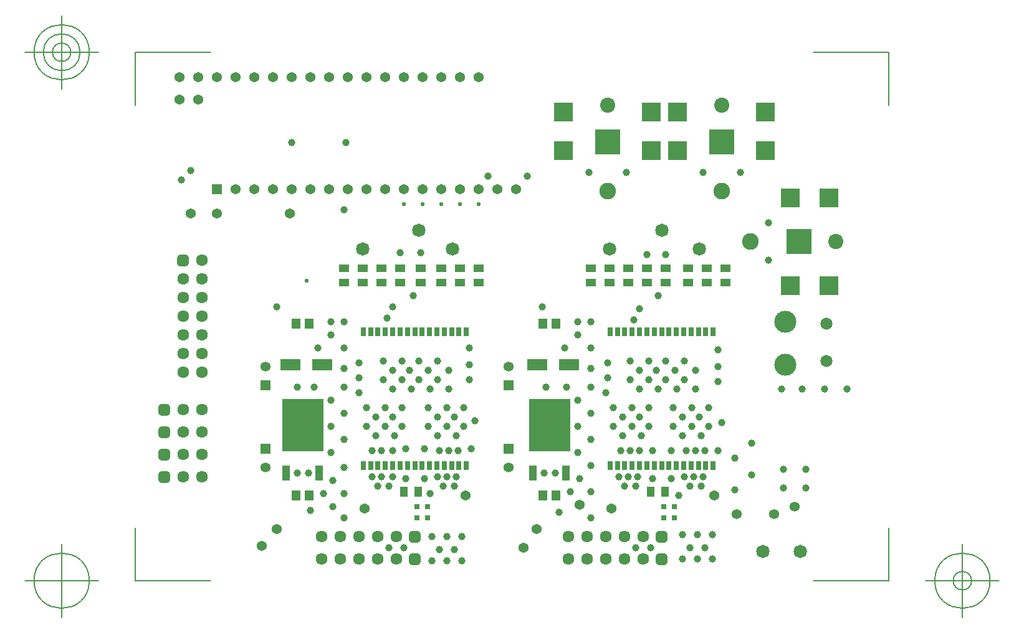
<source format=gbr>
G04 Generated by Ultiboard 13.0 *
%FSLAX25Y25*%
%MOIN*%

%ADD10C,0.00001*%
%ADD11C,0.00500*%
%ADD12R,0.05400X0.05400*%
%ADD13C,0.05400*%
%ADD14C,0.03937*%
%ADD15R,0.02618X0.05118*%
%ADD16R,0.05512X0.04134*%
%ADD17C,0.07166*%
%ADD18C,0.06334*%
%ADD19R,0.02083X0.02083*%
%ADD20C,0.03917*%
%ADD21R,0.03100X0.03100*%
%ADD22R,0.04134X0.05512*%
%ADD23R,0.04528X0.05709*%
%ADD24R,0.03937X0.08465*%
%ADD25R,0.21850X0.27953*%
%ADD26R,0.11024X0.06299*%
%ADD27C,0.05337*%
%ADD28R,0.05337X0.05337*%
%ADD29C,0.06518*%
%ADD30C,0.02100*%
%ADD31C,0.11811*%
%ADD32C,0.08093*%
%ADD33C,0.08880*%
%ADD34R,0.10000X0.10000*%
%ADD35R,0.13211X0.13211*%


G04 ColorRGB F1F1F1 for the following layer *
%LNSolder Mask Top*%
%LPD*%
G54D10*
G54D11*
X-1500Y-1500D02*
X-1500Y26800D01*
X-1500Y-1500D02*
X38800Y-1500D01*
X401500Y-1500D02*
X361200Y-1500D01*
X401500Y-1500D02*
X401500Y26800D01*
X401500Y281500D02*
X401500Y253200D01*
X401500Y281500D02*
X361200Y281500D01*
X-1500Y281500D02*
X38800Y281500D01*
X-1500Y281500D02*
X-1500Y253200D01*
X-21185Y-1500D02*
X-60555Y-1500D01*
X-40870Y-21185D02*
X-40870Y18185D01*
X-55634Y-1500D02*
G75*
D01*
G02X-55634Y-1500I14764J0*
G01*
X421185Y-1500D02*
X460555Y-1500D01*
X440870Y-21185D02*
X440870Y18185D01*
X426106Y-1500D02*
G75*
D01*
G02X426106Y-1500I14764J0*
G01*
X435949Y-1500D02*
G75*
D01*
G02X435949Y-1500I4921J0*
G01*
X-21185Y281500D02*
X-60555Y281500D01*
X-40870Y261815D02*
X-40870Y301185D01*
X-55634Y281500D02*
G75*
D01*
G02X-55634Y281500I14764J0*
G01*
X-50713Y281500D02*
G75*
D01*
G02X-50713Y281500I9843J0*
G01*
X-45791Y281500D02*
G75*
D01*
G02X-45791Y281500I4921J0*
G01*
G54D12*
X42000Y208000D03*
G54D13*
X52000Y208000D03*
X62000Y208000D03*
X72000Y208000D03*
X82000Y208000D03*
X92000Y208000D03*
X102000Y208000D03*
X112000Y208000D03*
X122000Y208000D03*
X132000Y208000D03*
X142000Y208000D03*
X152000Y208000D03*
X162000Y208000D03*
X172000Y208000D03*
X182000Y208000D03*
X192000Y208000D03*
X202000Y208000D03*
X22000Y268000D03*
X32000Y268000D03*
X42000Y268000D03*
X52000Y268000D03*
X62000Y268000D03*
X72000Y268000D03*
X82000Y268000D03*
X92000Y268000D03*
X102000Y268000D03*
X112000Y268000D03*
X122000Y268000D03*
X132000Y268000D03*
X142000Y268000D03*
X152000Y268000D03*
X162000Y268000D03*
X172000Y268000D03*
X182000Y268000D03*
X42000Y195000D03*
X42000Y195000D03*
X28000Y195000D03*
X28000Y195000D03*
X74000Y26000D03*
X74000Y26000D03*
X66000Y17000D03*
X66000Y17000D03*
X213000Y26000D03*
X213000Y26000D03*
X206000Y16000D03*
X206000Y16000D03*
X175000Y44000D03*
X175000Y44000D03*
X121000Y37000D03*
X121000Y37000D03*
X253000Y37000D03*
X253000Y37000D03*
X308000Y44000D03*
X308000Y44000D03*
X236000Y39000D03*
X236000Y39000D03*
X81000Y195000D03*
X81000Y195000D03*
X32000Y256000D03*
X32000Y256000D03*
X22000Y256000D03*
X22000Y256000D03*
G54D14*
X104000Y38000D03*
X110000Y45000D03*
X128000Y49000D03*
X134000Y49000D03*
X163000Y49000D03*
X169000Y49000D03*
X242000Y46000D03*
X260000Y49000D03*
X266000Y49000D03*
X295000Y49000D03*
X301000Y49000D03*
X85000Y56000D03*
X91000Y56000D03*
X104000Y52000D03*
X125000Y54000D03*
X130000Y54000D03*
X136000Y54000D03*
X160000Y54000D03*
X165000Y54000D03*
X170000Y54000D03*
X217000Y56000D03*
X223000Y56000D03*
X236000Y53000D03*
X257000Y54000D03*
X262000Y54000D03*
X267000Y54000D03*
X292000Y54000D03*
X297000Y54000D03*
X302000Y54000D03*
X110000Y59000D03*
X242000Y60000D03*
X103000Y67000D03*
X125000Y68000D03*
X130000Y68000D03*
X136000Y68000D03*
X161000Y68000D03*
X166000Y68000D03*
X171000Y68000D03*
X235000Y67000D03*
X258000Y68000D03*
X263000Y68000D03*
X268000Y68000D03*
X293000Y68000D03*
X298000Y68000D03*
X303000Y68000D03*
X103000Y81000D03*
X110000Y74000D03*
X235000Y81000D03*
X242000Y74000D03*
X110000Y88000D03*
X242000Y88000D03*
X103000Y95000D03*
X235000Y95000D03*
X110000Y102000D03*
X242000Y102000D03*
X110000Y123000D03*
X242000Y123000D03*
X103000Y130000D03*
X235000Y130000D03*
X103000Y137000D03*
X110000Y137000D03*
X133000Y139000D03*
X242000Y137000D03*
X265000Y138000D03*
X268000Y144000D03*
X136000Y145000D03*
X147000Y151000D03*
X216000Y145000D03*
X278000Y151000D03*
X140000Y174000D03*
X151000Y174000D03*
X272000Y173000D03*
X282000Y173000D03*
X110000Y197000D03*
X82000Y233000D03*
X111000Y233000D03*
X208000Y215000D03*
X187000Y215000D03*
X235000Y137000D03*
X319000Y47000D03*
X328000Y55000D03*
X319000Y64000D03*
X328000Y72000D03*
X291000Y23000D03*
X299000Y23000D03*
X307000Y23000D03*
X295000Y16000D03*
X291000Y10000D03*
X299000Y10000D03*
X307000Y10000D03*
X310000Y68000D03*
X312000Y83000D03*
X310000Y105000D03*
X310000Y113000D03*
X310000Y122000D03*
X289000Y44000D03*
X285000Y53000D03*
X285000Y68000D03*
X242000Y112000D03*
X242000Y32000D03*
X225000Y35000D03*
X231000Y46000D03*
X110000Y32000D03*
X99000Y45000D03*
X92000Y36000D03*
X110000Y112000D03*
X96000Y123000D03*
X228000Y123000D03*
X94000Y102000D03*
X85000Y102000D03*
X229000Y102000D03*
X218000Y102000D03*
X251000Y115000D03*
X251000Y107000D03*
X250000Y99000D03*
X275000Y68000D03*
X275000Y53000D03*
X177000Y123000D03*
X177000Y114000D03*
X177000Y106000D03*
X156000Y45000D03*
X180000Y84000D03*
X153000Y69000D03*
X153000Y53000D03*
X178000Y69000D03*
X118000Y115000D03*
X118000Y107000D03*
X118000Y99000D03*
X143000Y69000D03*
X143000Y53000D03*
X174000Y91000D03*
X160000Y76000D03*
X170000Y76000D03*
X174000Y81000D03*
X165000Y91000D03*
X155000Y91000D03*
X160000Y86000D03*
X169000Y86000D03*
X155000Y81000D03*
X165000Y81000D03*
X127000Y76000D03*
X122000Y81000D03*
X132000Y81000D03*
X137000Y76000D03*
X141000Y81000D03*
X127000Y86000D03*
X136000Y86000D03*
X122000Y91000D03*
X132000Y91000D03*
X141000Y91000D03*
X259000Y76000D03*
X254000Y81000D03*
X264000Y81000D03*
X269000Y76000D03*
X273000Y81000D03*
X259000Y86000D03*
X268000Y86000D03*
X254000Y91000D03*
X264000Y91000D03*
X273000Y91000D03*
X291000Y76000D03*
X286000Y81000D03*
X296000Y81000D03*
X301000Y76000D03*
X305000Y81000D03*
X291000Y86000D03*
X300000Y86000D03*
X286000Y91000D03*
X296000Y91000D03*
X305000Y91000D03*
X268000Y101000D03*
X263000Y106000D03*
X273000Y106000D03*
X278000Y101000D03*
X282000Y106000D03*
X268000Y111000D03*
X277000Y111000D03*
X263000Y116000D03*
X273000Y116000D03*
X282000Y116000D03*
X136000Y101000D03*
X131000Y106000D03*
X141000Y106000D03*
X146000Y101000D03*
X150000Y106000D03*
X136000Y111000D03*
X145000Y111000D03*
X131000Y116000D03*
X141000Y116000D03*
X150000Y116000D03*
X156000Y101000D03*
X160000Y106000D03*
X155000Y111000D03*
X160000Y116000D03*
X166000Y111000D03*
X166000Y101000D03*
X288000Y101000D03*
X298000Y101000D03*
X292000Y106000D03*
X287000Y111000D03*
X298000Y111000D03*
X292000Y116000D03*
X157000Y9000D03*
X161000Y15000D03*
X165000Y9000D03*
X169000Y15000D03*
X173000Y9000D03*
X157000Y22000D03*
X165000Y22000D03*
X173000Y22000D03*
X344000Y101000D03*
X355000Y101000D03*
X367000Y101000D03*
X379000Y101000D03*
X134000Y16000D03*
X266000Y16000D03*
X142000Y16000D03*
X274000Y16000D03*
X74000Y145000D03*
X357000Y58000D03*
X345000Y58000D03*
X357000Y48000D03*
X345000Y48000D03*
X303000Y16000D03*
X28000Y218000D03*
X23000Y213000D03*
X241000Y217000D03*
X261000Y217000D03*
X322000Y217000D03*
X302000Y217000D03*
X337000Y190000D03*
X337000Y170000D03*
G54D15*
X252441Y60173D03*
X260315Y60173D03*
X256378Y60173D03*
X268189Y60173D03*
X264252Y60173D03*
X276063Y60173D03*
X272126Y60173D03*
X283937Y60173D03*
X280000Y60173D03*
X291811Y60173D03*
X287874Y60173D03*
X299685Y60173D03*
X295748Y60173D03*
X307559Y60173D03*
X303622Y60173D03*
X252441Y131827D03*
X260315Y131827D03*
X256378Y131827D03*
X268189Y131827D03*
X264252Y131827D03*
X276063Y131827D03*
X272126Y131827D03*
X283937Y131827D03*
X280000Y131827D03*
X291811Y131827D03*
X287874Y131827D03*
X299685Y131827D03*
X295748Y131827D03*
X307559Y131827D03*
X303622Y131827D03*
X124378Y60173D03*
X120441Y60173D03*
X132252Y60173D03*
X128315Y60173D03*
X140126Y60173D03*
X136189Y60173D03*
X148000Y60173D03*
X144063Y60173D03*
X155874Y60173D03*
X151937Y60173D03*
X163748Y60173D03*
X159811Y60173D03*
X171622Y60173D03*
X167685Y60173D03*
X175559Y60173D03*
X124378Y131827D03*
X120441Y131827D03*
X132252Y131827D03*
X128315Y131827D03*
X140126Y131827D03*
X136189Y131827D03*
X148000Y131827D03*
X144063Y131827D03*
X155874Y131827D03*
X151937Y131827D03*
X163748Y131827D03*
X159811Y131827D03*
X171622Y131827D03*
X167685Y131827D03*
X175559Y131827D03*
G54D16*
X151000Y158260D03*
X151000Y165740D03*
X140000Y158260D03*
X140000Y165740D03*
X162000Y158260D03*
X162000Y165740D03*
X172000Y158260D03*
X172000Y165740D03*
X242000Y158260D03*
X242000Y165740D03*
X252000Y158260D03*
X252000Y165740D03*
X262000Y158260D03*
X262000Y165740D03*
X110000Y158260D03*
X110000Y165740D03*
X120000Y158260D03*
X120000Y165740D03*
X130000Y158260D03*
X130000Y165740D03*
X272000Y158260D03*
X272000Y165740D03*
X282000Y158260D03*
X282000Y165740D03*
X294000Y158260D03*
X294000Y165740D03*
X304000Y158260D03*
X304000Y165740D03*
X314000Y158260D03*
X314000Y165740D03*
X182000Y158260D03*
X182000Y165740D03*
G54D17*
X168000Y176000D03*
X252000Y176000D03*
X120000Y176000D03*
X300000Y176000D03*
X334000Y14000D03*
X354000Y14000D03*
X280000Y186000D03*
X150000Y186000D03*
G54D18*
X24000Y66000D03*
X34000Y66000D03*
X24000Y78000D03*
X34000Y78000D03*
X24000Y90000D03*
X34000Y90000D03*
X24000Y54000D03*
X34000Y54000D03*
X34000Y160000D03*
X24000Y160000D03*
X34000Y170000D03*
X34000Y130000D03*
X24000Y130000D03*
X34000Y140000D03*
X24000Y140000D03*
X34000Y150000D03*
X24000Y150000D03*
X34000Y110000D03*
X24000Y110000D03*
X34000Y120000D03*
X24000Y120000D03*
X138000Y22000D03*
X128000Y22000D03*
X108000Y22000D03*
X118000Y22000D03*
X98000Y22000D03*
X138000Y10000D03*
X128000Y10000D03*
X108000Y10000D03*
X118000Y10000D03*
X98000Y10000D03*
X270000Y22000D03*
X260000Y22000D03*
X240000Y22000D03*
X250000Y22000D03*
X230000Y22000D03*
X270000Y10000D03*
X260000Y10000D03*
X240000Y10000D03*
X250000Y10000D03*
X230000Y10000D03*
G54D19*
X14000Y66000D03*
X14000Y78000D03*
X14000Y90000D03*
X14000Y54000D03*
X24000Y170000D03*
X148000Y22000D03*
X148000Y10000D03*
X280000Y22000D03*
X280000Y10000D03*
G54D20*
X12959Y64959D02*
X15041Y64959D01*
X15041Y67041D01*
X12959Y67041D01*
X12959Y64959D01*D02*
X12959Y76959D02*
X15041Y76959D01*
X15041Y79041D01*
X12959Y79041D01*
X12959Y76959D01*D02*
X12959Y88959D02*
X15041Y88959D01*
X15041Y91041D01*
X12959Y91041D01*
X12959Y88959D01*D02*
X12959Y52959D02*
X15041Y52959D01*
X15041Y55041D01*
X12959Y55041D01*
X12959Y52959D01*D02*
X22959Y168959D02*
X25041Y168959D01*
X25041Y171041D01*
X22959Y171041D01*
X22959Y168959D01*D02*
X146959Y20959D02*
X149041Y20959D01*
X149041Y23041D01*
X146959Y23041D01*
X146959Y20959D01*D02*
X146959Y8959D02*
X149041Y8959D01*
X149041Y11041D01*
X146959Y11041D01*
X146959Y8959D01*D02*
X278959Y20959D02*
X281041Y20959D01*
X281041Y23041D01*
X278959Y23041D01*
X278959Y20959D01*D02*
X278959Y8959D02*
X281041Y8959D01*
X281041Y11041D01*
X278959Y11041D01*
X278959Y8959D01*D02*
G54D21*
X149050Y32000D03*
X154950Y32000D03*
X149050Y38000D03*
X154950Y38000D03*
X286950Y32000D03*
X281050Y32000D03*
X281050Y38000D03*
X286950Y38000D03*
G54D22*
X142260Y46000D03*
X149740Y46000D03*
X274260Y46000D03*
X281740Y46000D03*
G54D23*
X216457Y44000D03*
X223543Y44000D03*
X84457Y44000D03*
X91543Y44000D03*
X84457Y136000D03*
X91543Y136000D03*
X216457Y136000D03*
X223543Y136000D03*
G54D24*
X79024Y56283D03*
X96976Y56283D03*
X211024Y56283D03*
X228976Y56283D03*
G54D25*
X88000Y81874D03*
X220000Y81874D03*
G54D26*
X81535Y114000D03*
X98465Y114000D03*
X213535Y114000D03*
X230465Y114000D03*
G54D27*
X320000Y34000D03*
X340000Y34000D03*
X68000Y59000D03*
X68000Y113000D03*
X198000Y59000D03*
X198000Y113000D03*
X351000Y38000D03*
X351000Y38000D03*
G54D28*
X68000Y69000D03*
X68000Y103000D03*
X198000Y69000D03*
X198000Y103000D03*
G54D29*
X368000Y136000D03*
X368000Y116000D03*
G54D30*
X90000Y159000D03*
X90000Y159000D03*
X182000Y200000D03*
X182000Y200000D03*
X172000Y200000D03*
X172000Y200000D03*
X162000Y200000D03*
X162000Y200000D03*
X152000Y200000D03*
X152000Y200000D03*
X142000Y200000D03*
X142000Y200000D03*
G54D31*
X346000Y114000D03*
X346000Y114000D03*
X346000Y137000D03*
X346000Y137000D03*
G54D32*
X251000Y253185D03*
X373185Y180000D03*
X312000Y253185D03*
G54D33*
X251000Y207319D03*
X327319Y180000D03*
X312000Y207319D03*
G54D34*
X274425Y249445D03*
X274425Y228972D03*
X227575Y228972D03*
X227575Y249445D03*
X348972Y156575D03*
X348972Y203425D03*
X369445Y156575D03*
X369445Y203425D03*
X335425Y228972D03*
X288575Y228972D03*
X335425Y249445D03*
X288575Y249445D03*
G54D35*
X251000Y233500D03*
X353500Y180000D03*
X312000Y233500D03*

M02*

</source>
